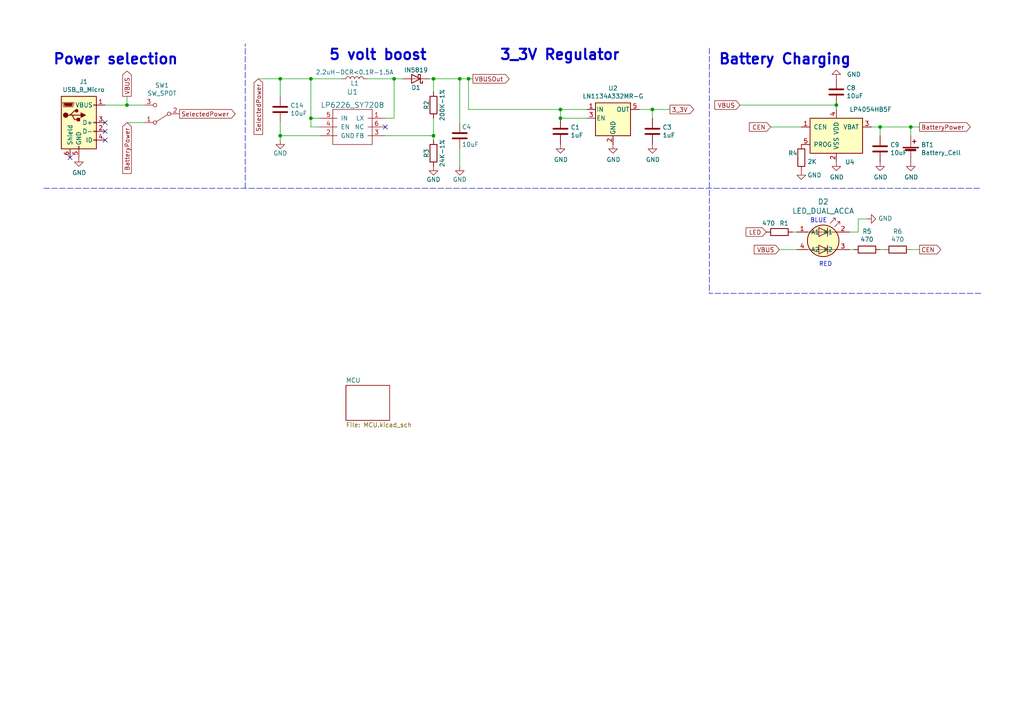
<source format=kicad_sch>
(kicad_sch (version 20211123) (generator eeschema)
  (paper "A4")
  (lib_symbols
    (symbol "Battery_Management:MCP73811T-420I-OT" (pin_names (offset 1.016))
      (property "Reference" "U" (at -6.35 6.35 0))
      (property "Value" "MCP73811T-420I-OT" (at 1.27 6.35 0))
      (symbol "MCP73811T-420I-OT_0_1"
        (rectangle (start -7.62 5.08) (end 7.62 -5.08) (stroke (width 0.254)) (fill (type background)))
      )
      (symbol "MCP73811T-420I-OT_1_1"
        (pin input line (at -10.16 2.54 0) (length 2.54) (name "CEN") (number "1"))
        (pin power_in line (at 0 -7.62 90) (length 2.54) (name "VSS") (number "2"))
        (pin power_out line (at 10.16 2.54 180) (length 2.54) (name "VBAT") (number "3"))
        (pin power_in line (at 0 7.62 270) (length 2.54) (name "VDD") (number "4"))
        (pin input line (at -10.16 -2.54 0) (length 2.54) (name "PROG") (number "5"))
      )
    )
    (symbol "Device:Battery_Cell" (pin_numbers hide) (pin_names (offset 0) hide)
      (property "Reference" "BT" (at 2.54 2.54 0))
      (property "Value" "Battery_Cell" (at 2.54 0 0))
      (symbol "Battery_Cell_0_1"
        (rectangle (start -2.286 1.778) (end 2.286 1.524) (fill (type outline)))
        (rectangle (start -1.5748 1.1938) (end 1.4732 0.6858) (fill (type outline)))
        (polyline (pts (xy 0 0.762) (xy 0 0)))
        (polyline (pts (xy 0 1.778) (xy 0 2.54)))
        (polyline (pts (xy 0.508 3.429) (xy 1.524 3.429)) (stroke (width 0.254)))
        (polyline (pts (xy 1.016 3.937) (xy 1.016 2.921)) (stroke (width 0.254)))
      )
      (symbol "Battery_Cell_1_1"
        (pin passive line (at 0 5.08 270) (length 2.54) (name "+") (number "1"))
        (pin passive line (at 0 -2.54 90) (length 2.54) (name "-") (number "2"))
      )
    )
    (symbol "Device:C" (pin_numbers hide) (pin_names (offset 0.254))
      (property "Reference" "C" (at 0.635 2.54 0))
      (property "Value" "C" (at 0.635 -2.54 0))
      (symbol "C_0_1"
        (polyline (pts (xy -2.032 -0.762) (xy 2.032 -0.762)) (stroke (width 0.508)))
        (polyline (pts (xy -2.032 0.762) (xy 2.032 0.762)) (stroke (width 0.508)))
      )
      (symbol "C_1_1"
        (pin passive line (at 0 3.81 270) (length 2.794) (name "~") (number "1"))
        (pin passive line (at 0 -3.81 90) (length 2.794) (name "~") (number "2"))
      )
    )
    (symbol "Device:D_Schottky" (pin_numbers hide) (pin_names (offset 1.016) hide)
      (property "Reference" "D" (at 0 2.54 0))
      (property "Value" "D_Schottky" (at 0 -2.54 0))
      (symbol "D_Schottky_0_1"
        (polyline (pts (xy 1.27 0) (xy -1.27 0)))
        (polyline (pts (xy 1.27 1.27) (xy 1.27 -1.27) (xy -1.27 0) (xy 1.27 1.27)) (stroke (width 0.254)))
        (polyline (pts (xy -1.905 0.635) (xy -1.905 1.27) (xy -1.27 1.27) (xy -1.27 -1.27) (xy -0.635 -1.27) (xy -0.635 -0.635)) (stroke (width 0.254)))
      )
      (symbol "D_Schottky_1_1"
        (pin passive line (at -3.81 0 0) (length 2.54) (name "K") (number "1"))
        (pin passive line (at 3.81 0 180) (length 2.54) (name "A") (number "2"))
      )
    )
    (symbol "Device:R" (pin_numbers hide) (pin_names (offset 0))
      (property "Reference" "R" (at 2.032 0 90))
      (property "Value" "R" (at 0 0 90))
      (symbol "R_0_1"
        (rectangle (start -1.016 -2.54) (end 1.016 2.54) (stroke (width 0.254)))
      )
      (symbol "R_1_1"
        (pin passive line (at 0 3.81 270) (length 1.27) (name "~") (number "1"))
        (pin passive line (at 0 -3.81 90) (length 1.27) (name "~") (number "2"))
      )
    )
    (symbol "Regulator_Linear:LD39015M33R" (pin_names (offset 0.254))
      (property "Reference" "U" (at -3.81 5.715 0))
      (property "Value" "LD39015M33R" (at 0 5.715 0))
      (symbol "LD39015M33R_0_1"
        (rectangle (start -5.08 4.445) (end 5.08 -5.08) (stroke (width 0.254)) (fill (type background)))
      )
      (symbol "LD39015M33R_1_1"
        (pin power_in line (at -7.62 2.54 0) (length 2.54) (name "IN") (number "1"))
        (pin power_in line (at 0 -7.62 90) (length 2.54) (name "GND") (number "2"))
        (pin input line (at -7.62 0 0) (length 2.54) (name "EN") (number "3"))
        (pin no_connect line (at 5.08 0 180) (length 2.54) hide (name "NC") (number "4"))
        (pin power_out line (at 7.62 2.54 180) (length 2.54) (name "OUT") (number "5"))
      )
    )
    (symbol "Switch:SW_SPDT" (pin_names (offset 0) hide)
      (property "Reference" "SW" (at 0 4.318 0))
      (property "Value" "SW_SPDT" (at 0 -5.08 0))
      (symbol "SW_SPDT_0_0"
        (circle (center -2.032 0) (radius 0.508))
        (circle (center 2.032 -2.54) (radius 0.508))
      )
      (symbol "SW_SPDT_0_1"
        (polyline (pts (xy -1.524 0.254) (xy 1.651 2.286)))
        (circle (center 2.032 2.54) (radius 0.508))
      )
      (symbol "SW_SPDT_1_1"
        (pin passive line (at 5.08 2.54 180) (length 2.54) (name "A") (number "1"))
        (pin passive line (at -5.08 0 0) (length 2.54) (name "B") (number "2"))
        (pin passive line (at 5.08 -2.54 180) (length 2.54) (name "C") (number "3"))
      )
    )
    (symbol "USBRadio-rescue:USB_B_Micro-Connector" (pin_names (offset 1.016))
      (property "Reference" "J" (at -5.08 11.43 0))
      (property "Value" "USB_B_Micro-Connector" (at -5.08 8.89 0))
      (symbol "USB_B_Micro-Connector_0_1"
        (rectangle (start -5.08 -7.62) (end 5.08 7.62) (stroke (width 0.254)) (fill (type background)))
        (circle (center -3.81 2.159) (radius 0.635) (stroke (width 0.254)) (fill (type outline)))
        (circle (center -0.635 3.429) (radius 0.381) (stroke (width 0.254)) (fill (type outline)))
        (rectangle (start -0.127 -7.62) (end 0.127 -6.858))
        (polyline (pts (xy -1.905 2.159) (xy 0.635 2.159)) (stroke (width 0.254)))
        (polyline (pts (xy -3.175 2.159) (xy -2.54 2.159) (xy -1.27 3.429) (xy -0.635 3.429)) (stroke (width 0.254)))
        (polyline (pts (xy -2.54 2.159) (xy -1.905 2.159) (xy -1.27 0.889) (xy 0 0.889)) (stroke (width 0.254)))
        (polyline (pts (xy 0.635 2.794) (xy 0.635 1.524) (xy 1.905 2.159) (xy 0.635 2.794)) (stroke (width 0.254)) (fill (type outline)))
        (polyline (pts (xy -4.318 5.588) (xy -1.778 5.588) (xy -2.032 4.826) (xy -4.064 4.826) (xy -4.318 5.588)) (fill (type outline)))
        (polyline (pts (xy -4.699 5.842) (xy -4.699 5.588) (xy -4.445 4.826) (xy -4.445 4.572) (xy -1.651 4.572) (xy -1.651 4.826) (xy -1.397 5.588) (xy -1.397 5.842) (xy -4.699 5.842)))
        (rectangle (start 0.254 1.27) (end -0.508 0.508) (stroke (width 0.254)) (fill (type outline)))
        (rectangle (start 5.08 -5.207) (end 4.318 -4.953))
        (rectangle (start 5.08 -2.667) (end 4.318 -2.413))
        (rectangle (start 5.08 -0.127) (end 4.318 0.127))
        (rectangle (start 5.08 4.953) (end 4.318 5.207))
      )
      (symbol "USB_B_Micro-Connector_1_1"
        (pin power_out line (at 7.62 5.08 180) (length 2.54) (name "VBUS") (number "1"))
        (pin passive line (at 7.62 -2.54 180) (length 2.54) (name "D-") (number "2"))
        (pin passive line (at 7.62 0 180) (length 2.54) (name "D+") (number "3"))
        (pin passive line (at 7.62 -5.08 180) (length 2.54) (name "ID") (number "4"))
        (pin power_out line (at 0 -10.16 90) (length 2.54) (name "GND") (number "5"))
        (pin passive line (at -2.54 -10.16 90) (length 2.54) (name "Shield") (number "6"))
      )
    )
    (symbol "WiRoc:L" (pin_numbers hide) (pin_names (offset 1.016) hide)
      (property "Reference" "L" (at -1.27 0 90))
      (property "Value" "L" (at 1.905 0 90))
      (symbol "L_0_1"
        (arc (start 0 -2.54) (mid 0.635 -1.905) (end 0 -1.27))
        (arc (start 0 -1.27) (mid 0.635 -0.635) (end 0 0))
        (arc (start 0 0) (mid 0.635 0.635) (end 0 1.27))
        (arc (start 0 1.27) (mid 0.635 1.905) (end 0 2.54))
      )
      (symbol "L_1_1"
        (pin passive line (at 0 3.81 270) (length 1.27) (name "1") (number "1"))
        (pin passive line (at 0 -3.81 90) (length 1.27) (name "2") (number "2"))
      )
    )
    (symbol "WiRoc:LED_DUAL_ACCA" (pin_names (offset 1.016))
      (property "Reference" "D" (at 8.89 8.89 0))
      (property "Value" "LED_DUAL_ACCA" (at -5.08 8.89 0))
      (symbol "LED_DUAL_ACCA_1_1"
        (polyline (pts (xy -5.08 -2.54) (xy 2.032 -2.54)))
        (polyline (pts (xy -5.08 2.54) (xy 2.032 2.54)))
        (polyline (pts (xy 1.27 -1.27) (xy 1.27 -3.81)) (stroke (width 0.2032)))
        (polyline (pts (xy 1.27 3.81) (xy 1.27 1.27)) (stroke (width 0.2032)))
        (polyline (pts (xy 3.81 -2.54) (xy 1.905 -2.54)))
        (polyline (pts (xy 3.81 2.54) (xy 1.905 2.54)))
        (polyline (pts (xy -1.27 -1.27) (xy -1.27 -3.81) (xy 1.27 -2.54) (xy -1.27 -1.27)) (stroke (width 0.2032)))
        (polyline (pts (xy -1.27 3.81) (xy -1.27 1.27) (xy 1.27 2.54) (xy -1.27 3.81)) (stroke (width 0.2032)))
        (polyline (pts (xy 2.032 5.08) (xy 3.556 6.604) (xy 2.794 6.604) (xy 3.556 6.604) (xy 3.556 5.842)))
        (polyline (pts (xy 3.302 4.064) (xy 4.826 5.588) (xy 4.064 5.588) (xy 4.826 5.588) (xy 4.826 4.826)))
        (circle (center 0 0) (radius 4.572) (stroke (width 0.254)) (fill (type background)))
        (pin input line (at -7.62 2.54 0) (length 3.048) (name "A1") (number "1"))
        (pin input line (at 7.62 2.54 180) (length 3.81) (name "K1") (number "2"))
        (pin input line (at 7.62 -2.54 180) (length 3.81) (name "K2") (number "3"))
        (pin input line (at -7.62 -2.54 0) (length 3.048) (name "A2") (number "4"))
      )
    )
    (symbol "WiRoc:LP6226_SY7208" (pin_names (offset 1.016))
      (property "Reference" "U" (at -2.54 -6.35 0))
      (property "Value" "LP6226_SY7208" (at 0 7.62 0))
      (symbol "LP6226_SY7208_0_1"
        (rectangle (start 5.08 5.08) (end -6.35 -5.08))
        (rectangle (start 5.08 5.08) (end 5.08 5.08))
      )
      (symbol "LP6226_SY7208_1_1"
        (pin output line (at 8.89 2.54 180) (length 5.08) (name "LX") (number "1"))
        (pin power_in line (at -10.16 -2.54 0) (length 5.08) (name "GND") (number "2"))
        (pin output line (at 8.89 -2.54 180) (length 5.08) (name "FB") (number "3"))
        (pin input line (at -10.16 0 0) (length 5.08) (name "EN") (number "4"))
        (pin input line (at -10.16 2.54 0) (length 5.08) (name "IN") (number "5"))
        (pin output line (at 8.89 0 180) (length 5.08) (name "NC") (number "6"))
      )
    )
    (symbol "power:GND" (power) (pin_names (offset 0))
      (property "Value" "GND" (at 0 -3.81 0))
      (symbol "GND_0_1"
        (polyline (pts (xy 0 0) (xy 0 -1.27) (xy 1.27 -1.27) (xy 0 -2.54) (xy -1.27 -1.27) (xy 0 -1.27)))
      )
      (symbol "GND_1_1"
        (pin power_in line (at 0 0 270) (length 0) hide (name "GND") (number "1"))
      )
    )
  )
  (junction (at 125.73 39.37))
  (junction (at 133.35 22.86))
  (junction (at 114.3 22.86))
  (junction (at 36.83 30.48))
  (junction (at 264.16 36.83))
  (junction (at 162.56 34.29))
  (junction (at 162.56 31.75))
  (junction (at 255.27 36.83))
  (junction (at 189.23 31.75))
  (junction (at 90.17 22.86))
  (junction (at 90.17 34.29))
  (junction (at 81.28 22.86))
  (junction (at 135.89 22.86))
  (junction (at 125.73 22.86))
  (junction (at 81.28 39.37))
  (junction (at 242.57 30.48))
  (no_connect (at 20.32 45.72))
  (no_connect (at 30.48 40.64))
  (no_connect (at 30.48 35.56))
  (no_connect (at 30.48 38.1))
  (no_connect (at 111.76 36.83))
  (wire (pts (xy 92.71 36.83) (xy 90.17 36.83)))
  (wire (pts (xy 255.27 39.37) (xy 255.27 36.83)))
  (wire (pts (xy 114.3 34.29) (xy 114.3 22.86)))
  (wire (pts (xy 111.76 34.29) (xy 114.3 34.29)))
  (wire (pts (xy 111.76 39.37) (xy 125.73 39.37)))
  (polyline (pts (xy 12.7 54.61) (xy 284.48 54.61)))
  (wire (pts (xy 264.16 36.83) (xy 264.16 39.37)))
  (wire (pts (xy 264.16 36.83) (xy 266.7 36.83)))
  (wire (pts (xy 248.92 67.31) (xy 248.92 63.5)))
  (wire (pts (xy 114.3 22.86) (xy 116.84 22.86)))
  (wire (pts (xy 247.65 72.39) (xy 246.38 72.39)))
  (polyline (pts (xy 205.74 13.97) (xy 205.74 85.09)))
  (wire (pts (xy 125.73 26.67) (xy 125.73 22.86)))
  (wire (pts (xy 90.17 36.83) (xy 90.17 34.29)))
  (wire (pts (xy 41.91 30.48) (xy 36.83 30.48)))
  (wire (pts (xy 36.83 30.48) (xy 30.48 30.48)))
  (wire (pts (xy 248.92 63.5) (xy 251.46 63.5)))
  (wire (pts (xy 189.23 31.75) (xy 194.31 31.75)))
  (wire (pts (xy 90.17 22.86) (xy 99.06 22.86)))
  (wire (pts (xy 92.71 39.37) (xy 81.28 39.37)))
  (wire (pts (xy 232.41 36.83) (xy 223.52 36.83)))
  (wire (pts (xy 92.71 34.29) (xy 90.17 34.29)))
  (wire (pts (xy 242.57 31.75) (xy 242.57 30.48)))
  (polyline (pts (xy 71.12 54.61) (xy 71.12 12.7)))
  (wire (pts (xy 125.73 22.86) (xy 133.35 22.86)))
  (wire (pts (xy 106.68 22.86) (xy 114.3 22.86)))
  (wire (pts (xy 36.83 35.56) (xy 41.91 35.56)))
  (wire (pts (xy 133.35 22.86) (xy 135.89 22.86)))
  (wire (pts (xy 135.89 22.86) (xy 137.16 22.86)))
  (wire (pts (xy 90.17 34.29) (xy 90.17 22.86)))
  (wire (pts (xy 255.27 36.83) (xy 264.16 36.83)))
  (wire (pts (xy 124.46 22.86) (xy 125.73 22.86)))
  (wire (pts (xy 133.35 22.86) (xy 133.35 35.56)))
  (wire (pts (xy 252.73 36.83) (xy 255.27 36.83)))
  (wire (pts (xy 135.89 31.75) (xy 135.89 22.86)))
  (wire (pts (xy 74.93 22.86) (xy 81.28 22.86)))
  (wire (pts (xy 246.38 67.31) (xy 248.92 67.31)))
  (wire (pts (xy 185.42 31.75) (xy 189.23 31.75)))
  (wire (pts (xy 266.7 72.39) (xy 264.16 72.39)))
  (wire (pts (xy 81.28 39.37) (xy 81.28 40.64)))
  (wire (pts (xy 162.56 31.75) (xy 170.18 31.75)))
  (wire (pts (xy 231.14 67.31) (xy 229.87 67.31)))
  (wire (pts (xy 214.63 30.48) (xy 242.57 30.48)))
  (polyline (pts (xy 284.48 85.09) (xy 205.74 85.09)))
  (wire (pts (xy 81.28 22.86) (xy 90.17 22.86)))
  (wire (pts (xy 133.35 43.18) (xy 133.35 48.26)))
  (wire (pts (xy 256.54 72.39) (xy 255.27 72.39)))
  (wire (pts (xy 125.73 34.29) (xy 125.73 39.37)))
  (wire (pts (xy 81.28 35.56) (xy 81.28 39.37)))
  (wire (pts (xy 36.83 27.94) (xy 36.83 30.48)))
  (wire (pts (xy 135.89 31.75) (xy 162.56 31.75)))
  (wire (pts (xy 162.56 34.29) (xy 162.56 31.75)))
  (wire (pts (xy 231.14 72.39) (xy 226.06 72.39)))
  (wire (pts (xy 81.28 27.94) (xy 81.28 22.86)))
  (wire (pts (xy 189.23 34.29) (xy 189.23 31.75)))
  (wire (pts (xy 170.18 34.29) (xy 162.56 34.29)))
  (wire (pts (xy 125.73 39.37) (xy 125.73 40.64)))
  (text "RED" (at 237.49 77.47 0) (effects (font (size 1.27 1.27)) (justify left bottom)))
  (text "Power selection" (at 15.24 19.05 0) (effects (font (size 2.9972 2.9972) (thickness 0.5994) bold) (justify left bottom)))
  (text "BLUE" (at 234.95 64.77 0) (effects (font (size 1.27 1.27)) (justify left bottom)))
  (text "5 volt boost" (at 95.25 17.78 0) (effects (font (size 2.9972 2.9972) (thickness 0.5994) bold) (justify left bottom)))
  (text "3_3V Regulator" (at 144.78 17.78 0) (effects (font (size 2.9972 2.9972) (thickness 0.5994) bold) (justify left bottom)))
  (text "Battery Charging" (at 208.28 19.05 0) (effects (font (size 2.9972 2.9972) (thickness 0.5994) bold) (justify left bottom)))
  (global_label "CEN" (shape input) (at 223.52 36.83 180) (property "Intersheet References" "${INTERSHEET_REFS}" (effects hide)))
  (global_label "CEN" (shape output) (at 266.7 72.39 0) (property "Intersheet References" "${INTERSHEET_REFS}" (effects hide)))
  (global_label "BatteryPower" (shape input) (at 36.83 35.56 270) (property "Intersheet References" "${INTERSHEET_REFS}" (effects hide)))
  (global_label "VBUSOut" (shape output) (at 137.16 22.86 0) (property "Intersheet References" "${INTERSHEET_REFS}" (effects hide)))
  (global_label "VBUS" (shape input) (at 214.63 30.48 180) (property "Intersheet References" "${INTERSHEET_REFS}" (effects hide)))
  (global_label "3_3V" (shape output) (at 194.31 31.75 0) (property "Intersheet References" "${INTERSHEET_REFS}" (effects hide)))
  (global_label "BatteryPower" (shape output) (at 266.7 36.83 0) (property "Intersheet References" "${INTERSHEET_REFS}" (effects hide)))
  (global_label "VBUS" (shape input) (at 226.06 72.39 180) (property "Intersheet References" "${INTERSHEET_REFS}" (effects hide)))
  (global_label "VBUS" (shape output) (at 36.83 27.94 90) (property "Intersheet References" "${INTERSHEET_REFS}" (effects hide)))
  (global_label "LED" (shape input) (at 222.25 67.31 180) (property "Intersheet References" "${INTERSHEET_REFS}" (effects hide)))
  (global_label "SelectedPower" (shape output) (at 52.07 33.02 0) (property "Intersheet References" "${INTERSHEET_REFS}" (effects hide)))
  (global_label "SelectedPower" (shape input) (at 74.93 22.86 270) (property "Intersheet References" "${INTERSHEET_REFS}" (effects hide)))
  (symbol (lib_id "Battery_Management:MCP73811T-420I-OT") (at 242.57 39.37 0) (unit 1)
    (property "Reference" "U4" (at 245.11 46.99 0) (effects (justify left)))
    (property "Value" "LP4054HB5F" (at 246.38 31.75 0) (effects (justify left)))
    (property "Footprint" "Package_TO_SOT_SMD:SOT-23-5" (effects hide))
    (property "Datasheet" "https://datasheet.lcsc.com/szlcsc/2004271834_LOWPOWER-LP4054HB5F_C517187.pdf" (effects hide))
    (property "Package" "SOT23-5" (effects hide))
    (property "ManufacturerPartNumber" "LP4054HB5F" (effects hide))
    (property "IncludeInBOM" "TRUE" (effects hide))
    (property "ThroughHole" "FALSE" (effects hide))
    (property "Have" "X" (effects hide))
    (property "LCSC Part #" "C517187" (effects hide))
  )
  (symbol (lib_id "Device:Battery_Cell") (at 264.16 44.45 0) (unit 1)
    (property "Reference" "BT1" (at 267.1572 42.0116 0) (effects (justify left)))
    (property "Value" "Battery_Cell" (at 267.1572 44.323 0) (effects (justify left)))
    (property "Footprint" "WiRoc:JST_2.56" (effects hide))
    (property "Have" "X" (effects hide))
    (property "IncludeInBOM" "TRUE" (effects hide))
  )
  (symbol (lib_id "power:GND") (at 264.16 46.99 0) (unit 1)
    (property "Reference" "#PWR019" (effects hide))
    (property "Value" "GND" (at 264.287 51.3842 0))
  )
  (symbol (lib_id "Device:R") (at 232.41 45.72 0) (unit 1)
    (property "Reference" "R4" (at 228.6 44.45 0) (effects (justify left)))
    (property "Value" "2K" (at 234.188 46.863 0) (effects (justify left)))
    (property "Footprint" "Resistor_SMD:R_0805_2012Metric_Pad1.20x1.40mm_HandSolder" (effects hide))
    (property "Package" "0805" (effects hide))
    (property "ManufacturerPartNumber" "0805W8F2001T5E" (effects hide))
    (property "IncludeInBOM" "TRUE" (effects hide))
    (property "Manufacturer" "Uniroyal Elec" (effects hide))
    (property "ThroughHole" "FALSE" (effects hide))
    (property "Have" "X" (effects hide))
    (property "LCSC Part #" "C17604" (effects hide))
  )
  (symbol (lib_id "power:GND") (at 232.41 49.53 0) (unit 1)
    (property "Reference" "#PWR015" (effects hide))
    (property "Value" "GND" (at 236.22 50.8 0))
  )
  (symbol (lib_id "power:GND") (at 242.57 46.99 0) (unit 1)
    (property "Reference" "#PWR017" (effects hide))
    (property "Value" "GND" (at 242.697 51.3842 0))
  )
  (symbol (lib_id "Device:C") (at 242.57 26.67 0) (unit 1)
    (property "Reference" "C8" (at 245.491 25.5016 0) (effects (justify left)))
    (property "Value" "10uF" (at 245.491 27.813 0) (effects (justify left)))
    (property "Footprint" "Capacitor_SMD:C_0603_1608Metric_Pad1.08x0.95mm_HandSolder" (effects hide))
    (property "Package" "0603" (effects hide))
    (property "ManufacturerPartNumber" "CL10A106KP8NNNC" (effects hide))
    (property "IncludeInBOM" "TRUE" (effects hide))
    (property "ThroughHole" "FALSE" (effects hide))
    (property "Manufacturer" "Samsung Electro-Mechanics" (effects hide))
    (property "WebsiteURL" "https://lcsc.com/product-detail/Multilayer-Ceramic-Capacitors-MLCC-SMD-SMT_SAMSUNG_CL10A106KP8NNNC_10uF-106-10-10V_C19702.html" (effects hide))
    (property "Have" "X" (effects hide))
    (property "LCSC Part #" "C19702" (effects hide))
  )
  (symbol (lib_id "power:GND") (at 242.57 22.86 180) (unit 1)
    (property "Reference" "#PWR016" (effects hide))
    (property "Value" "GND" (at 247.65 21.59 0))
  )
  (symbol (lib_id "USBRadio-rescue:USB_B_Micro-Connector") (at 22.86 35.56 0) (unit 1)
    (property "Reference" "J1" (at 24.257 23.6982 0))
    (property "Value" "USB_B_Micro" (at 24.257 26.0096 0))
    (property "Footprint" "WiRoc:USB_Micro-B_Horizontal" (effects hide))
    (property "Datasheet" "https://datasheet.lcsc.com/szlcsc/2008181004_XKB-Connectivity-U254-051T-4BH83-F1S_C397452.pdf" (effects hide))
    (property "ManufacturerPartNumber" "U254-051T-4BH83-F1S" (effects hide))
    (property "IncludeInBOM" "TRUE" (effects hide))
    (property "ThroughHole" "TRUE" (effects hide))
    (property "Have" "X" (effects hide))
    (property "LCSC Part #" "C397452" (effects hide))
  )
  (symbol (lib_id "power:GND") (at 22.86 45.72 0) (unit 1)
    (property "Reference" "#PWR02" (effects hide))
    (property "Value" "GND" (at 22.987 50.1142 0))
  )
  (symbol (lib_id "Regulator_Linear:LD39015M33R") (at 177.8 34.29 0) (unit 1)
    (property "Reference" "U2" (at 177.8 25.6032 0))
    (property "Value" "LN1134A332MR-G" (at 177.8 27.9146 0))
    (property "Footprint" "Package_TO_SOT_SMD:SOT-23-5" (effects hide))
    (property "Datasheet" "https://datasheet.lcsc.com/szlcsc/1809140320_NATLINEAR-LN1134A332MR-G_C141419.pdf" (effects hide))
    (property "Package" "SOT-23-5" (effects hide))
    (property "ManufacturerPartNumber" "LN1134A332MR-G" (effects hide))
    (property "IncludeInBOM" "TRUE" (effects hide))
    (property "ThroughHole" "FALSE" (effects hide))
    (property "Have" "X" (effects hide))
    (property "LCSC Part #" "C141419" (effects hide))
  )
  (symbol (lib_id "power:GND") (at 162.56 41.91 0) (unit 1)
    (property "Reference" "#PWR07" (effects hide))
    (property "Value" "GND" (at 162.687 46.3042 0))
  )
  (symbol (lib_id "Device:C") (at 162.56 38.1 0) (unit 1)
    (property "Reference" "C1" (at 165.481 36.9316 0) (effects (justify left)))
    (property "Value" "1uF" (at 165.481 39.243 0) (effects (justify left)))
    (property "Footprint" "Capacitor_SMD:C_0603_1608Metric_Pad1.08x0.95mm_HandSolder" (effects hide))
    (property "Datasheet" "https://datasheet.lcsc.com/lcsc/1810261812_Samsung-Electro-Mechanics-CL10A105KB8NNNC_C15849.pdf" (effects hide))
    (property "Package" "0603" (effects hide))
    (property "ManufacturerPartNumber" "CL10A105KB8NNNC" (effects hide))
    (property "IncludeInBOM" "TRUE" (effects hide))
    (property "ThroughHole" "FALSE" (effects hide))
    (property "Have" "X" (effects hide))
    (property "LCSC Part #" "C15849" (effects hide))
  )
  (symbol (lib_id "power:GND") (at 177.8 41.91 0) (unit 1)
    (property "Reference" "#PWR08" (effects hide))
    (property "Value" "GND" (at 177.927 46.3042 0))
  )
  (symbol (lib_id "Device:C") (at 189.23 38.1 0) (unit 1)
    (property "Reference" "C3" (at 192.151 36.9316 0) (effects (justify left)))
    (property "Value" "1uF" (at 192.151 39.243 0) (effects (justify left)))
    (property "Footprint" "Capacitor_SMD:C_0603_1608Metric_Pad1.08x0.95mm_HandSolder" (effects hide))
    (property "Datasheet" "https://datasheet.lcsc.com/lcsc/1810261812_Samsung-Electro-Mechanics-CL10A105KB8NNNC_C15849.pdf" (effects hide))
    (property "Package" "0603" (effects hide))
    (property "ManufacturerPartNumber" "CL10A105KB8NNNC" (effects hide))
    (property "IncludeInBOM" "TRUE" (effects hide))
    (property "ThroughHole" "FALSE" (effects hide))
    (property "Have" "X" (effects hide))
    (property "LCSC Part #" "C15849" (effects hide))
  )
  (symbol (lib_id "power:GND") (at 189.23 41.91 0) (unit 1)
    (property "Reference" "#PWR09" (effects hide))
    (property "Value" "GND" (at 189.357 46.3042 0))
  )
  (symbol (lib_id "Device:C") (at 255.27 43.18 0) (unit 1)
    (property "Reference" "C9" (at 258.191 42.0116 0) (effects (justify left)))
    (property "Value" "10uF" (at 258.191 44.323 0) (effects (justify left)))
    (property "Footprint" "Capacitor_SMD:C_0603_1608Metric_Pad1.08x0.95mm_HandSolder" (effects hide))
    (property "ManufacturerPartNumber" "CL10A106KP8NNNC" (effects hide))
    (property "Package" "0603" (effects hide))
    (property "IncludeInBOM" "TRUE" (effects hide))
    (property "ThroughHole" "FALSE" (effects hide))
    (property "Manufacturer" "Samsung Electro-Mechanics" (effects hide))
    (property "WebsiteURL" "https://lcsc.com/product-detail/Multilayer-Ceramic-Capacitors-MLCC-SMD-SMT_SAMSUNG_CL10A106KP8NNNC_10uF-106-10-10V_C19702.html" (effects hide))
    (property "Have" "X" (effects hide))
    (property "LCSC Part #" "C19702" (effects hide))
  )
  (symbol (lib_id "power:GND") (at 255.27 46.99 0) (unit 1)
    (property "Reference" "#PWR018" (effects hide))
    (property "Value" "GND" (at 255.397 51.3842 0))
  )
  (symbol (lib_id "Switch:SW_SPDT") (at 46.99 33.02 180) (unit 1)
    (property "Reference" "SW1" (at 46.99 24.765 0))
    (property "Value" "SW_SPDT" (at 46.99 27.0764 0))
    (property "Footprint" "Button_Switch_SMD:SW_SPDT_PCM12" (effects hide))
    (property "Datasheet" "https://datasheet.lcsc.com/szlcsc/2002271741_XKB-Connectivity-SK-3296S-01-L3_C319019.pdf" (effects hide))
    (property "ManufacturerPartNumber" "SK-3296S-01-L3" (effects hide))
    (property "IncludeInBOM" "TRUE" (effects hide))
    (property "ThroughHole" "FALSE" (effects hide))
    (property "Have" "X" (effects hide))
    (property "LCSC Part #" "C319019" (effects hide))
  )
  (symbol (lib_id "WiRoc:LED_DUAL_ACCA") (at 238.76 69.85 0) (unit 1)
    (property "Reference" "D2" (at 238.76 58.4962 0) (effects (font (size 1.524 1.524))))
    (property "Value" "LED_DUAL_ACCA" (at 238.76 61.1886 0) (effects (font (size 1.524 1.524))))
    (property "Footprint" "WiRoc:LED_Dual_1.7_1.6" (effects hide))
    (property "Datasheet" "https://datasheet.lcsc.com/szlcsc/2005041205_HONGLITRONIC-Hongli-Zhihui-HONGLITRONIC-HL-PCB-1617S9FH203BC_C513363.pdf" (effects hide))
    (property "Package" "SMD,1.6x1.7x0.67mm" (effects hide))
    (property "ManufacturerPartNumber" "HL-PCB-1617S9FH203BC" (effects hide))
    (property "IncludeInBOM" "TRUE" (effects hide))
    (property "ThroughHole" "FALSE" (effects hide))
    (property "Have" "X" (effects hide))
    (property "LCSC Part #" "C513363" (effects hide))
  )
  (symbol (lib_id "Device:R") (at 251.46 72.39 270) (unit 1)
    (property "Reference" "R5" (at 251.46 67.1322 90))
    (property "Value" "470" (at 251.46 69.4436 90))
    (property "Footprint" "Resistor_SMD:R_0805_2012Metric_Pad1.20x1.40mm_HandSolder" (effects hide))
    (property "Package" "0805" (effects hide))
    (property "ManufacturerPartNumber" "0805W8F4700T5E" (effects hide))
    (property "IncludeInBOM" "TRUE" (effects hide))
    (property "ThroughHole" "FALSE" (effects hide))
    (property "Manufacturer" "Uniroyal Elec" (effects hide))
    (property "Have" "X" (effects hide))
    (property "LCSC Part #" "C17710" (effects hide))
  )
  (symbol (lib_id "Device:R") (at 260.35 72.39 270) (unit 1)
    (property "Reference" "R6" (at 260.35 67.1322 90))
    (property "Value" "470" (at 260.35 69.4436 90))
    (property "Footprint" "Resistor_SMD:R_0805_2012Metric_Pad1.20x1.40mm_HandSolder" (effects hide))
    (property "Package" "0805" (effects hide))
    (property "ManufacturerPartNumber" "0805W8F4700T5E" (effects hide))
    (property "IncludeInBOM" "TRUE" (effects hide))
    (property "ThroughHole" "FALSE" (effects hide))
    (property "Manufacturer" "Uniroyal Elec" (effects hide))
    (property "Have" "X" (effects hide))
    (property "LCSC Part #" "C17710" (effects hide))
  )
  (symbol (lib_id "power:GND") (at 251.46 63.5 90) (unit 1)
    (property "Reference" "#PWR06" (effects hide))
    (property "Value" "GND" (at 254.7112 63.373 90) (effects (justify right)))
  )
  (symbol (lib_id "Device:R") (at 226.06 67.31 270) (unit 1)
    (property "Reference" "R1" (at 226.06 64.77 90) (effects (justify left)))
    (property "Value" "470" (at 220.98 64.77 90) (effects (justify left)))
    (property "Footprint" "Resistor_SMD:R_0805_2012Metric_Pad1.20x1.40mm_HandSolder" (effects hide))
    (property "Package" "0805" (effects hide))
    (property "ManufacturerPartNumber" "0805W8F4700T5E" (effects hide))
    (property "IncludeInBOM" "TRUE" (effects hide))
    (property "Manufacturer" "Uniroyal Elec" (effects hide))
    (property "ThroughHole" "FALSE" (effects hide))
    (property "Have" "X" (effects hide))
    (property "LCSC Part #" "C17710" (effects hide))
  )
  (symbol (lib_id "Device:D_Schottky") (at 120.65 22.86 180) (unit 1)
    (property "Reference" "D1" (at 120.65 25.4 0))
    (property "Value" "IN5819" (at 120.65 20.32 0))
    (property "Footprint" "Diode_SMD:D_SOD-123" (effects hide))
    (property "Datasheet" "https://datasheet.lcsc.com/szlcsc/1811011112_Changjiang-Electronics-Tech-CJ-B5817W_C8597.pdf" (effects hide))
    (property "Package" "SOD-123" (effects hide))
    (property "ManufacturerPartNumber" "B5817W" (effects hide))
    (property "Manufacturer" "Changjiang Electronics Tech (CJ)" (effects hide))
    (property "WebsiteURL" "https://www.digikey.com/product-detail/en/diodes-incorporated/1N5819HW-7-F/1N5819HW-FDICT-ND/815283" (effects hide))
    (property "Description" "Diode Schottky 40V 1A Surface Mount SOD-123" (effects hide))
    (property "Original" "No" (effects hide))
    (property "IncludeInBOM" "TRUE" (effects hide))
    (property "ThroughHole" "FALSE" (effects hide))
    (property "Have" "X" (effects hide))
    (property "LCSC Part #" "C8597" (effects hide))
  )
  (symbol (lib_id "power:GND") (at 125.73 48.26 0) (unit 1)
    (property "Reference" "#PWR0103" (effects hide))
    (property "Value" "GND" (at 125.73 52.07 0))
  )
  (symbol (lib_id "Device:C") (at 133.35 39.37 0) (unit 1)
    (property "Reference" "C4" (at 133.985 36.83 0) (effects (justify left)))
    (property "Value" "10uF" (at 133.985 41.91 0) (effects (justify left)))
    (property "Footprint" "Capacitor_SMD:C_0603_1608Metric_Pad1.08x0.95mm_HandSolder" (effects hide))
    (property "Package" "0603" (effects hide))
    (property "ManufacturerPartNumber" "CL10A106KP8NNNC" (effects hide))
    (property "Manufacturer" "Samsung Electro-Mechanics" (effects hide))
    (property "WebsiteURL" "https://lcsc.com/product-detail/Multilayer-Ceramic-Capacitors-MLCC-SMD-SMT_SAMSUNG_CL10A106KP8NNNC_10uF-106-10-10V_C19702.html" (effects hide))
    (property "IncludeInBOM" "TRUE" (effects hide))
    (property "ThroughHole" "FALSE" (effects hide))
    (property "Have" "X" (effects hide))
    (property "LCSC Part #" "C19702" (effects hide))
  )
  (symbol (lib_id "power:GND") (at 133.35 48.26 0) (unit 1)
    (property "Reference" "#PWR0102" (effects hide))
    (property "Value" "GND" (at 133.35 52.07 0))
  )
  (symbol (lib_id "Device:R") (at 125.73 44.45 180) (unit 1)
    (property "Reference" "R3" (at 123.698 44.45 90))
    (property "Value" "24K-1%" (at 128.27 44.45 90))
    (property "Footprint" "Capacitor_SMD:C_0603_1608Metric_Pad1.08x0.95mm_HandSolder" (effects hide))
    (property "Package" "0603" (effects hide))
    (property "ManufacturerPartNumber" "0603WAF2402T5E" (effects hide))
    (property "Original" "No" (effects hide))
    (property "Manufacturer" "Uniroyal Elec" (effects hide))
    (property "WebsiteURL" "https://lcsc.com/product-detail/Chip-Resistor-Surface-Mount-UniOhm_Uniroyal-Elec-0603WAF2402T5E_C23352.html" (effects hide))
    (property "IncludeInBOM" "TRUE" (effects hide))
    (property "ThroughHole" "FALSE" (effects hide))
    (property "Have" "X" (effects hide))
    (property "LCSC Part #" "C23352" (effects hide))
  )
  (symbol (lib_id "WiRoc:L") (at 102.87 22.86 90) (unit 1)
    (property "Reference" "L1" (at 102.87 24.13 90))
    (property "Value" "2.2uH-DCR<0.1R-1.5A" (at 102.87 20.955 90))
    (property "Footprint" "WiRoc:Inductor_SLW4018" (effects hide))
    (property "Package" "4018" (effects hide))
    (property "Description" "FIXED IND 2.2UH 1.7A 55 MOHM SMD" (effects hide))
    (property "ManufacturerPartNumber" "SLW4018S2R2MST" (effects hide))
    (property "WebsiteURL" "https://lcsc.com/product-detail/Power-Inductors_2-2uH-20-1-65A_C206341.html" (effects hide))
    (property "Manufacturer" "Sunltech Tech" (effects hide))
    (property "Original" "Yes" (effects hide))
    (property "IncludeInBOM" "TRUE" (effects hide))
    (property "ThroughHole" "FALSE" (effects hide))
    (property "Have" "X" (effects hide))
    (property "LCSC Part #" "C206341" (effects hide))
  )
  (symbol (lib_id "Device:C") (at 81.28 31.75 0) (unit 1)
    (property "Reference" "C14" (at 84.201 30.5816 0) (effects (justify left)))
    (property "Value" "10uF" (at 84.201 32.893 0) (effects (justify left)))
    (property "Footprint" "Capacitor_SMD:C_0603_1608Metric_Pad1.08x0.95mm_HandSolder" (effects hide))
    (property "Package" "0603" (effects hide))
    (property "ManufacturerPartNumber" "CL10A106KP8NNNC" (effects hide))
    (property "IncludeInBOM" "TRUE" (effects hide))
    (property "Manufacturer" "Samsung Electro-Mechanics" (effects hide))
    (property "Original" "No" (effects hide))
    (property "ThroughHole" "FALSE" (effects hide))
    (property "WebsiteURL" "https://lcsc.com/product-detail/Multilayer-Ceramic-Capacitors-MLCC-SMD-SMT_SAMSUNG_CL10A106KP8NNNC_10uF-106-10-10V_C19702.html" (effects hide))
    (property "Have" "X" (effects hide))
    (property "LCSC Part #" "C19702" (effects hide))
  )
  (symbol (lib_id "WiRoc:LP6226_SY7208") (at 102.87 36.83 0) (unit 1)
    (property "Reference" "U1" (at 102.235 26.67 0) (effects (font (size 1.524 1.524))))
    (property "Value" "LP6226_SY7208" (at 102.235 30.48 0) (effects (font (size 1.524 1.524))))
    (property "Footprint" "Package_TO_SOT_SMD:TSOT-23-6_HandSoldering" (effects hide))
    (property "Datasheet" "https://datasheet.lcsc.com/lcsc/1810010234_Silergy-Corp-SY7208ABC_C80514.pdf" (effects hide))
    (property "IncludeInBOM" "TRUE" (effects hide))
    (property "ThroughHole" "FALSE" (effects hide))
    (property "Have" "X" (effects hide))
    (property "LCSC Part #" "C80514" (effects hide))
    (property "Manufacturer" "Silergy Corp" (effects hide))
    (property "ManufacturerPartNumber" "SY7208ABC" (effects hide))
    (property "Package" "SOT-23-6" (effects hide))
  )
  (symbol (lib_id "Device:R") (at 125.73 30.48 180) (unit 1)
    (property "Reference" "R2" (at 123.698 30.48 90))
    (property "Value" "200K-1%" (at 128.27 30.48 90))
    (property "Footprint" "Capacitor_SMD:C_0603_1608Metric_Pad1.08x0.95mm_HandSolder" (effects hide))
    (property "Package" "0603" (effects hide))
    (property "ManufacturerPartNumber" "0603WAF2003T5E" (effects hide))
    (property "Original" "No" (effects hide))
    (property "Manufacturer" "Uniroyal Elec" (effects hide))
    (property "WebsiteURL" "https://lcsc.com/product-detail/Chip-Resistor-Surface-Mount-UniOhm_Uniroyal-Elec-0603WAF2003T5E_C25811.html" (effects hide))
    (property "IncludeInBOM" "TRUE" (effects hide))
    (property "ThroughHole" "FALSE" (effects hide))
    (property "Have" "X" (effects hide))
    (property "LCSC Part #" "C25811" (effects hide))
  )
  (symbol (lib_id "power:GND") (at 81.28 40.64 0) (unit 1)
    (property "Reference" "#PWR0101" (effects hide))
    (property "Value" "GND" (at 81.28 44.45 0))
  )
  (sheet (at 100.33 111.76) (size 12.7 10.16) (stroke (width 0.1524))
    (property "Sheet name" "MCU" (at 100.33 111.0484 0) (effects (justify left bottom)))
    (property "Sheet file" "MCU.kicad_sch" (at 100.33 122.5046 0) (effects (justify left top)))
  )
)
</source>
